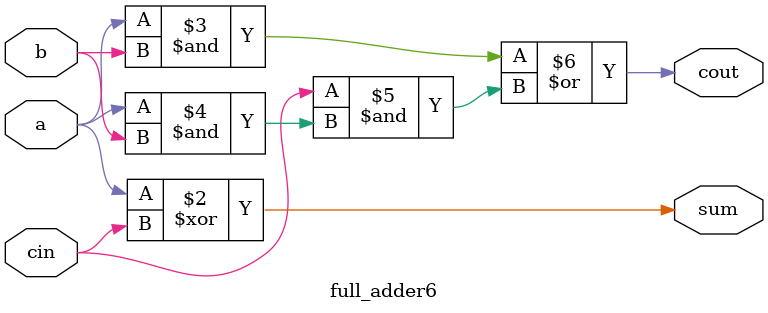
<source format=v>
module full_adder6(a,b,cin,sum,cout);
input a,b,cin;
output sum,cout;
assign sum = a^1'b0^cin;
assign cout = a&b|cin&(a&b); 
// initial begin
//     $display("The incorrect adder with xor0 having in2/0");
// end   
endmodule
</source>
